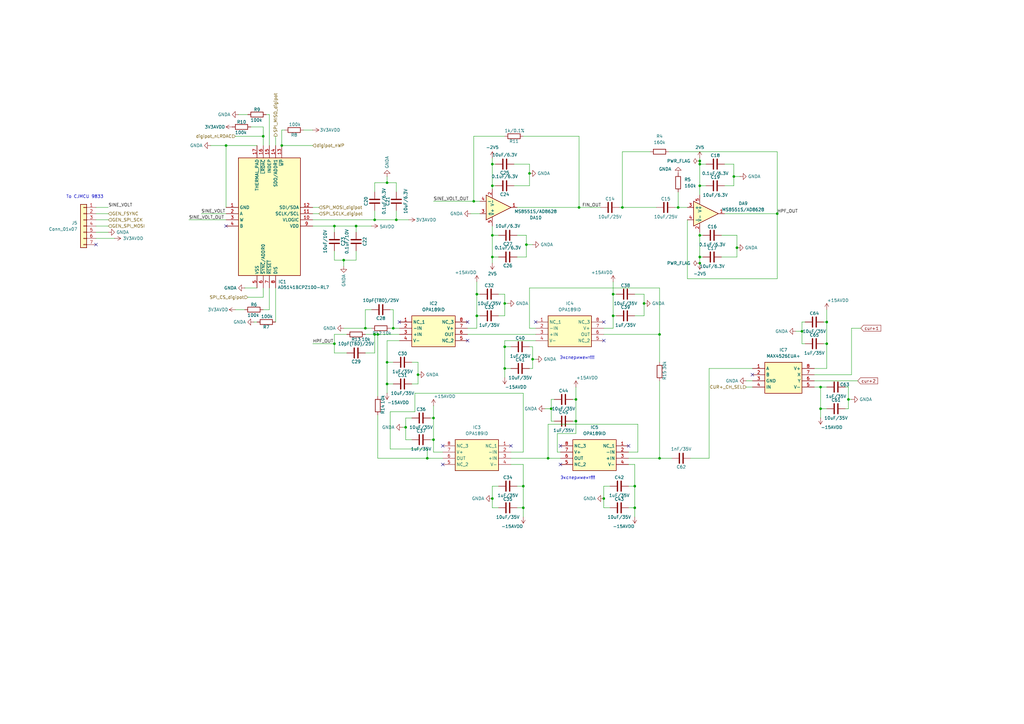
<source format=kicad_sch>
(kicad_sch (version 20231120) (generator "eeschema") (generator_version "8.0")
  (paper "A3")
  (junction (at 153.67 90.17))
  (junction (at 287.02 66.04))
  (junction (at 287.02 105.41))
  (junction (at 140.97 106.68))
  (junction (at 158.75 148.59))
  (junction (at 226.06 167.64))
  (junction (at 115.57 59.69))
  (junction (at 270.51 137.16))
  (junction (at 154.94 137.16))
  (junction (at 137.16 92.71))
  (junction (at 201.93 67.31))
  (junction (at 302.26 101.6))
  (junction (at 318.77 87.63))
  (junction (at 339.09 132.08))
  (junction (at 177.8 171.45))
  (junction (at 207.01 142.24))
  (junction (at 287.02 107.95))
  (junction (at 251.46 129.54))
  (junction (at 247.65 204.47))
  (junction (at 175.26 187.96))
  (junction (at 207.01 151.13))
  (junction (at 201.93 76.2))
  (junction (at 214.63 208.28))
  (junction (at 270.51 187.96))
  (junction (at 207.01 124.46))
  (junction (at 214.63 199.39))
  (junction (at 194.31 82.55))
  (junction (at 260.35 199.39))
  (junction (at 107.95 55.88))
  (junction (at 201.93 204.47))
  (junction (at 339.09 140.97))
  (junction (at 146.05 92.71))
  (junction (at 287.02 67.31))
  (junction (at 201.93 105.41))
  (junction (at 158.75 74.93))
  (junction (at 236.22 172.72))
  (junction (at 300.99 72.39))
  (junction (at 166.37 175.26))
  (junction (at 237.49 85.09))
  (junction (at 336.55 167.64))
  (junction (at 153.67 137.16))
  (junction (at 328.93 135.89))
  (junction (at 260.35 208.28))
  (junction (at 217.17 71.12))
  (junction (at 92.71 59.69))
  (junction (at 264.16 124.46))
  (junction (at 287.02 76.2))
  (junction (at 236.22 163.83))
  (junction (at 195.58 129.54))
  (junction (at 137.16 140.97))
  (junction (at 336.55 158.75))
  (junction (at 158.75 157.48))
  (junction (at 255.27 85.09))
  (junction (at 251.46 120.65))
  (junction (at 162.56 90.17))
  (junction (at 224.79 187.96))
  (junction (at 278.13 85.09))
  (junction (at 149.86 134.62))
  (junction (at 215.9 100.33))
  (junction (at 161.29 134.62))
  (junction (at 195.58 120.65))
  (junction (at 218.44 147.32))
  (junction (at 201.93 96.52))
  (junction (at 177.8 180.34))
  (junction (at 171.45 153.67))
  (junction (at 287.02 96.52))
  (junction (at 347.98 163.83))
  (no_connect (at 219.71 132.08))
  (no_connect (at 163.83 132.08))
  (no_connect (at 209.55 182.88))
  (no_connect (at 229.87 190.5))
  (no_connect (at 247.65 139.7))
  (no_connect (at 191.77 132.08))
  (no_connect (at 92.71 92.71))
  (no_connect (at 191.77 139.7))
  (no_connect (at 229.87 182.88))
  (no_connect (at 247.65 132.08))
  (no_connect (at 257.81 182.88))
  (no_connect (at 181.61 182.88))
  (no_connect (at 181.61 190.5))
  (no_connect (at 39.37 100.33))
  (no_connect (at 308.61 153.67))
  (wire (pts (xy 39.37 97.79) (xy 46.99 97.79)))
  (wire (pts (xy 264.16 120.65) (xy 264.16 124.46)))
  (wire (pts (xy 247.65 134.62) (xy 251.46 134.62)))
  (wire (pts (xy 210.82 67.31) (xy 217.17 67.31)))
  (wire (pts (xy 300.99 67.31) (xy 300.99 72.39)))
  (wire (pts (xy 201.93 67.31) (xy 201.93 64.77)))
  (wire (pts (xy 297.18 67.31) (xy 300.99 67.31)))
  (wire (pts (xy 295.91 96.52) (xy 302.26 96.52)))
  (wire (pts (xy 128.27 90.17) (xy 153.67 90.17)))
  (wire (pts (xy 217.17 134.62) (xy 217.17 118.11)))
  (wire (pts (xy 204.47 105.41) (xy 201.93 105.41)))
  (wire (pts (xy 177.8 180.34) (xy 177.8 171.45)))
  (wire (pts (xy 318.77 62.23) (xy 318.77 87.63)))
  (wire (pts (xy 287.02 95.25) (xy 287.02 96.52)))
  (wire (pts (xy 162.56 90.17) (xy 167.64 90.17)))
  (wire (pts (xy 207.01 124.46) (xy 208.28 124.46)))
  (wire (pts (xy 330.2 132.08) (xy 328.93 132.08)))
  (wire (pts (xy 146.05 95.25) (xy 146.05 92.71)))
  (wire (pts (xy 128.27 92.71) (xy 137.16 92.71)))
  (wire (pts (xy 201.93 67.31) (xy 203.2 67.31)))
  (wire (pts (xy 146.05 92.71) (xy 152.4 92.71)))
  (wire (pts (xy 158.75 139.7) (xy 158.75 148.59)))
  (wire (pts (xy 234.95 172.72) (xy 236.22 172.72)))
  (wire (pts (xy 149.86 127) (xy 152.4 127)))
  (wire (pts (xy 44.45 85.09) (xy 39.37 85.09)))
  (wire (pts (xy 104.14 132.08) (xy 105.41 132.08)))
  (wire (pts (xy 149.86 137.16) (xy 153.67 137.16)))
  (wire (pts (xy 289.56 76.2) (xy 287.02 76.2)))
  (wire (pts (xy 146.05 92.71) (xy 137.16 92.71)))
  (wire (pts (xy 107.95 55.88) (xy 107.95 59.69)))
  (wire (pts (xy 297.18 76.2) (xy 300.99 76.2)))
  (wire (pts (xy 336.55 167.64) (xy 339.09 167.64)))
  (wire (pts (xy 168.91 180.34) (xy 166.37 180.34)))
  (wire (pts (xy 44.45 87.63) (xy 39.37 87.63)))
  (wire (pts (xy 336.55 158.75) (xy 336.55 167.64)))
  (wire (pts (xy 107.95 121.92) (xy 101.6 121.92)))
  (wire (pts (xy 300.99 72.39) (xy 303.53 72.39)))
  (wire (pts (xy 204.47 96.52) (xy 201.93 96.52)))
  (wire (pts (xy 166.37 171.45) (xy 166.37 175.26)))
  (wire (pts (xy 261.62 185.42) (xy 261.62 173.99)))
  (wire (pts (xy 236.22 163.83) (xy 234.95 163.83)))
  (wire (pts (xy 347.98 158.75) (xy 347.98 163.83)))
  (wire (pts (xy 163.83 139.7) (xy 158.75 139.7)))
  (wire (pts (xy 214.63 55.88) (xy 237.49 55.88)))
  (wire (pts (xy 195.58 129.54) (xy 195.58 120.65)))
  (wire (pts (xy 260.35 129.54) (xy 264.16 129.54)))
  (wire (pts (xy 260.35 199.39) (xy 257.81 199.39)))
  (wire (pts (xy 92.71 59.69) (xy 105.41 59.69)))
  (wire (pts (xy 201.93 76.2) (xy 201.93 67.31)))
  (wire (pts (xy 339.09 127) (xy 339.09 132.08)))
  (wire (pts (xy 154.94 187.96) (xy 175.26 187.96)))
  (wire (pts (xy 195.58 129.54) (xy 196.85 129.54)))
  (wire (pts (xy 336.55 158.75) (xy 339.09 158.75)))
  (wire (pts (xy 260.35 208.28) (xy 257.81 208.28)))
  (wire (pts (xy 110.49 59.69) (xy 110.49 46.99)))
  (wire (pts (xy 255.27 62.23) (xy 255.27 85.09)))
  (wire (pts (xy 228.6 177.8) (xy 236.22 177.8)))
  (wire (pts (xy 251.46 129.54) (xy 251.46 134.62)))
  (wire (pts (xy 152.4 134.62) (xy 149.86 134.62)))
  (wire (pts (xy 260.35 190.5) (xy 260.35 199.39)))
  (wire (pts (xy 214.63 208.28) (xy 214.63 212.09)))
  (wire (pts (xy 247.65 199.39) (xy 247.65 204.47)))
  (wire (pts (xy 255.27 85.09) (xy 269.24 85.09)))
  (wire (pts (xy 96.52 127) (xy 100.33 127)))
  (wire (pts (xy 295.91 105.41) (xy 302.26 105.41)))
  (wire (pts (xy 278.13 78.74) (xy 278.13 85.09)))
  (wire (pts (xy 257.81 187.96) (xy 270.51 187.96)))
  (wire (pts (xy 82.55 87.63) (xy 92.71 87.63)))
  (wire (pts (xy 224.79 187.96) (xy 229.87 187.96)))
  (wire (pts (xy 237.49 85.09) (xy 212.09 85.09)))
  (wire (pts (xy 212.09 105.41) (xy 215.9 105.41)))
  (wire (pts (xy 130.81 85.09) (xy 128.27 85.09)))
  (wire (pts (xy 170.18 168.91) (xy 160.02 168.91)))
  (wire (pts (xy 161.29 127) (xy 161.29 134.62)))
  (wire (pts (xy 115.57 53.34) (xy 115.57 59.69)))
  (wire (pts (xy 201.93 77.47) (xy 201.93 76.2)))
  (wire (pts (xy 226.06 163.83) (xy 226.06 167.64)))
  (wire (pts (xy 146.05 106.68) (xy 140.97 106.68)))
  (wire (pts (xy 201.93 107.95) (xy 201.93 105.41)))
  (wire (pts (xy 158.75 148.59) (xy 158.75 157.48)))
  (wire (pts (xy 146.05 102.87) (xy 146.05 106.68)))
  (wire (pts (xy 177.8 171.45) (xy 177.8 166.37)))
  (wire (pts (xy 214.63 190.5) (xy 214.63 199.39)))
  (wire (pts (xy 251.46 120.65) (xy 251.46 129.54)))
  (wire (pts (xy 278.13 85.09) (xy 281.94 85.09)))
  (wire (pts (xy 201.93 199.39) (xy 201.93 204.47)))
  (wire (pts (xy 175.26 184.15) (xy 175.26 187.96)))
  (wire (pts (xy 107.95 118.11) (xy 107.95 121.92)))
  (wire (pts (xy 149.86 144.78) (xy 153.67 144.78)))
  (wire (pts (xy 96.52 55.88) (xy 107.95 55.88)))
  (wire (pts (xy 270.51 137.16) (xy 270.51 148.59)))
  (wire (pts (xy 219.71 139.7) (xy 207.01 139.7)))
  (wire (pts (xy 154.94 137.16) (xy 163.83 137.16)))
  (wire (pts (xy 204.47 120.65) (xy 207.01 120.65)))
  (wire (pts (xy 226.06 167.64) (xy 226.06 172.72)))
  (wire (pts (xy 153.67 86.36) (xy 153.67 90.17)))
  (wire (pts (xy 306.07 158.75) (xy 308.61 158.75)))
  (wire (pts (xy 209.55 187.96) (xy 224.79 187.96)))
  (wire (pts (xy 97.79 46.99) (xy 101.6 46.99)))
  (wire (pts (xy 328.93 140.97) (xy 330.2 140.97)))
  (wire (pts (xy 194.31 82.55) (xy 194.31 55.88)))
  (wire (pts (xy 302.26 96.52) (xy 302.26 101.6)))
  (wire (pts (xy 346.71 158.75) (xy 347.98 158.75)))
  (wire (pts (xy 229.87 185.42) (xy 228.6 185.42)))
  (wire (pts (xy 281.94 114.3) (xy 318.77 114.3)))
  (wire (pts (xy 116.84 53.34) (xy 115.57 53.34)))
  (wire (pts (xy 217.17 142.24) (xy 218.44 142.24)))
  (wire (pts (xy 195.58 120.65) (xy 196.85 120.65)))
  (wire (pts (xy 210.82 76.2) (xy 217.17 76.2)))
  (wire (pts (xy 334.01 153.67) (xy 349.25 153.67)))
  (wire (pts (xy 270.51 187.96) (xy 275.59 187.96)))
  (wire (pts (xy 214.63 161.29) (xy 170.18 161.29)))
  (wire (pts (xy 166.37 175.26) (xy 165.1 175.26)))
  (wire (pts (xy 171.45 148.59) (xy 171.45 153.67)))
  (wire (pts (xy 204.47 129.54) (xy 207.01 129.54)))
  (wire (pts (xy 318.77 87.63) (xy 318.77 114.3)))
  (wire (pts (xy 274.32 62.23) (xy 318.77 62.23)))
  (wire (pts (xy 130.81 87.63) (xy 128.27 87.63)))
  (wire (pts (xy 177.8 185.42) (xy 177.8 180.34)))
  (wire (pts (xy 195.58 134.62) (xy 195.58 129.54)))
  (wire (pts (xy 115.57 59.69) (xy 128.27 59.69)))
  (wire (pts (xy 247.65 137.16) (xy 270.51 137.16)))
  (wire (pts (xy 162.56 90.17) (xy 153.67 90.17)))
  (wire (pts (xy 251.46 115.57) (xy 251.46 120.65)))
  (wire (pts (xy 237.49 55.88) (xy 237.49 85.09)))
  (wire (pts (xy 287.02 67.31) (xy 287.02 76.2)))
  (wire (pts (xy 219.71 134.62) (xy 217.17 134.62)))
  (wire (pts (xy 290.83 187.96) (xy 290.83 151.13)))
  (wire (pts (xy 168.91 157.48) (xy 171.45 157.48)))
  (wire (pts (xy 201.93 105.41) (xy 201.93 96.52)))
  (wire (pts (xy 201.93 208.28) (xy 201.93 204.47)))
  (wire (pts (xy 153.67 74.93) (xy 158.75 74.93)))
  (wire (pts (xy 160.02 127) (xy 161.29 127)))
  (wire (pts (xy 194.31 55.88) (xy 207.01 55.88)))
  (wire (pts (xy 137.16 102.87) (xy 137.16 106.68)))
  (wire (pts (xy 158.75 74.93) (xy 158.75 72.39)))
  (wire (pts (xy 86.36 59.69) (xy 92.71 59.69)))
  (wire (pts (xy 196.85 82.55) (xy 194.31 82.55)))
  (wire (pts (xy 153.67 144.78) (xy 153.67 137.16)))
  (wire (pts (xy 154.94 137.16) (xy 154.94 162.56)))
  (wire (pts (xy 158.75 157.48) (xy 158.75 161.29)))
  (wire (pts (xy 339.09 140.97) (xy 339.09 132.08)))
  (wire (pts (xy 287.02 105.41) (xy 287.02 107.95)))
  (wire (pts (xy 212.09 96.52) (xy 215.9 96.52)))
  (wire (pts (xy 237.49 85.09) (xy 246.38 85.09)))
  (wire (pts (xy 177.8 82.55) (xy 194.31 82.55)))
  (wire (pts (xy 181.61 185.42) (xy 177.8 185.42)))
  (wire (pts (xy 226.06 172.72) (xy 227.33 172.72)))
  (wire (pts (xy 162.56 78.74) (xy 162.56 74.93)))
  (wire (pts (xy 177.8 171.45) (xy 176.53 171.45)))
  (wire (pts (xy 328.93 132.08) (xy 328.93 135.89)))
  (wire (pts (xy 287.02 96.52) (xy 288.29 96.52)))
  (wire (pts (xy 110.49 46.99) (xy 109.22 46.99)))
  (wire (pts (xy 124.46 53.34) (xy 128.27 53.34)))
  (wire (pts (xy 264.16 129.54) (xy 264.16 124.46)))
  (wire (pts (xy 283.21 187.96) (xy 290.83 187.96)))
  (wire (pts (xy 290.83 151.13) (xy 308.61 151.13)))
  (wire (pts (xy 168.91 148.59) (xy 171.45 148.59)))
  (wire (pts (xy 217.17 118.11) (xy 270.51 118.11)))
  (wire (pts (xy 306.07 156.21) (xy 308.61 156.21)))
  (wire (pts (xy 347.98 167.64) (xy 346.71 167.64)))
  (wire (pts (xy 227.33 163.83) (xy 226.06 163.83)))
  (wire (pts (xy 204.47 199.39) (xy 201.93 199.39)))
  (wire (pts (xy 247.65 208.28) (xy 247.65 204.47)))
  (wire (pts (xy 260.35 208.28) (xy 260.35 212.09)))
  (wire (pts (xy 339.09 151.13) (xy 334.01 151.13)))
  (wire (pts (xy 218.44 151.13) (xy 217.17 151.13)))
  (wire (pts (xy 349.25 134.62) (xy 353.06 134.62)))
  (wire (pts (xy 44.45 92.71) (xy 39.37 92.71)))
  (wire (pts (xy 260.35 120.65) (xy 264.16 120.65)))
  (wire (pts (xy 215.9 100.33) (xy 218.44 100.33)))
  (wire (pts (xy 215.9 105.41) (xy 215.9 100.33)))
  (wire (pts (xy 337.82 140.97) (xy 339.09 140.97)))
  (wire (pts (xy 142.24 137.16) (xy 137.16 137.16)))
  (wire (pts (xy 214.63 208.28) (xy 212.09 208.28)))
  (wire (pts (xy 328.93 135.89) (xy 328.93 140.97)))
  (wire (pts (xy 218.44 147.32) (xy 219.71 147.32)))
  (wire (pts (xy 137.16 140.97) (xy 137.16 144.78)))
  (wire (pts (xy 77.47 90.17) (xy 92.71 90.17)))
  (wire (pts (xy 266.7 62.23) (xy 255.27 62.23)))
  (wire (pts (xy 207.01 142.24) (xy 207.01 151.13)))
  (wire (pts (xy 339.09 140.97) (xy 339.09 151.13)))
  (wire (pts (xy 161.29 134.62) (xy 163.83 134.62)))
  (wire (pts (xy 168.91 171.45) (xy 166.37 171.45)))
  (wire (pts (xy 166.37 180.34) (xy 166.37 175.26)))
  (wire (pts (xy 209.55 142.24) (xy 207.01 142.24)))
  (wire (pts (xy 207.01 139.7) (xy 207.01 142.24)))
  (wire (pts (xy 204.47 208.28) (xy 201.93 208.28)))
  (wire (pts (xy 110.49 127) (xy 107.95 127)))
  (wire (pts (xy 214.63 185.42) (xy 214.63 161.29)))
  (wire (pts (xy 217.17 67.31) (xy 217.17 71.12)))
  (wire (pts (xy 177.8 180.34) (xy 176.53 180.34)))
  (wire (pts (xy 140.97 134.62) (xy 149.86 134.62)))
  (wire (pts (xy 251.46 129.54) (xy 252.73 129.54)))
  (wire (pts (xy 287.02 105.41) (xy 288.29 105.41)))
  (wire (pts (xy 160.02 168.91) (xy 160.02 184.15)))
  (wire (pts (xy 287.02 76.2) (xy 287.02 80.01)))
  (wire (pts (xy 250.19 208.28) (xy 247.65 208.28)))
  (wire (pts (xy 128.27 140.97) (xy 137.16 140.97)))
  (wire (pts (xy 100.33 118.11) (xy 105.41 118.11)))
  (wire (pts (xy 207.01 151.13) (xy 207.01 154.94)))
  (wire (pts (xy 215.9 96.52) (xy 215.9 100.33)))
  (wire (pts (xy 326.39 135.89) (xy 328.93 135.89)))
  (wire (pts (xy 92.71 59.69) (xy 92.71 85.09)))
  (wire (pts (xy 223.52 167.64) (xy 226.06 167.64)))
  (wire (pts (xy 201.93 76.2) (xy 203.2 76.2)))
  (wire (pts (xy 162.56 74.93) (xy 158.75 74.93)))
  (wire (pts (xy 287.02 66.04) (xy 287.02 67.31)))
  (wire (pts (xy 287.02 64.77) (xy 287.02 66.04)))
  (wire (pts (xy 110.49 118.11) (xy 110.49 127)))
  (wire (pts (xy 270.51 156.21) (xy 270.51 187.96)))
  (wire (pts (xy 260.35 199.39) (xy 260.35 208.28)))
  (wire (pts (xy 318.77 87.63) (xy 297.18 87.63)))
  (wire (pts (xy 270.51 118.11) (xy 270.51 137.16)))
  (wire (pts (xy 153.67 137.16) (xy 154.94 137.16)))
  (wire (pts (xy 236.22 158.75) (xy 236.22 163.83)))
  (wire (pts (xy 175.26 187.96) (xy 181.61 187.96)))
  (wire (pts (xy 281.94 90.17) (xy 281.94 114.3)))
  (wire (pts (xy 349.25 153.67) (xy 349.25 134.62)))
  (wire (pts (xy 236.22 177.8) (xy 236.22 172.72)))
  (wire (pts (xy 191.77 134.62) (xy 195.58 134.62)))
  (wire (pts (xy 113.03 55.88) (xy 113.03 59.69)))
  (wire (pts (xy 218.44 142.24) (xy 218.44 147.32)))
  (wire (pts (xy 137.16 137.16) (xy 137.16 140.97)))
  (wire (pts (xy 137.16 144.78) (xy 142.24 144.78)))
  (wire (pts (xy 209.55 190.5) (xy 214.63 190.5)))
  (wire (pts (xy 214.63 199.39) (xy 214.63 208.28)))
  (wire (pts (xy 209.55 185.42) (xy 214.63 185.42)))
  (wire (pts (xy 201.93 96.52) (xy 201.93 92.71)))
  (wire (pts (xy 193.04 87.63) (xy 196.85 87.63)))
  (wire (pts (xy 102.87 52.07) (xy 107.95 52.07)))
  (wire (pts (xy 137.16 106.68) (xy 140.97 106.68)))
  (wire (pts (xy 257.81 185.42) (xy 261.62 185.42)))
  (wire (pts (xy 218.44 147.32) (xy 218.44 151.13)))
  (wire (pts (xy 228.6 185.42) (xy 228.6 177.8)))
  (wire (pts (xy 254 85.09) (xy 255.27 85.09)))
  (wire (pts (xy 250.19 199.39) (xy 247.65 199.39)))
  (wire (pts (xy 276.86 85.09) (xy 278.13 85.09)))
  (wire (pts (xy 251.46 120.65) (xy 252.73 120.65)))
  (wire (pts (xy 160.02 184.15) (xy 175.26 184.15)))
  (wire (pts (xy 158.75 157.48) (xy 161.29 157.48)))
  (wire (pts (xy 158.75 148.59) (xy 161.29 148.59)))
  (wire (pts (xy 217.17 76.2) (xy 217.17 71.12)))
  (wire (pts (xy 149.86 134.62) (xy 149.86 127)))
  (wire (pts (xy 334.01 156.21) (xy 351.79 156.21)))
  (wire (pts (xy 107.95 52.07) (xy 107.95 55.88)))
  (wire (pts (xy 207.01 129.54) (xy 207.01 124.46)))
  (wire (pts (xy 153.67 78.74) (xy 153.67 74.93)))
  (wire (pts (xy 195.58 120.65) (xy 195.58 115.57)))
  (wire (pts (xy 207.01 120.65) (xy 207.01 124.46)))
  (wire (pts (xy 336.55 167.64) (xy 336.55 171.45)))
  (wire (pts (xy 170.18 161.29) (xy 170.18 168.91)))
  (wire (pts (xy 171.45 157.48) (xy 171.45 153.67)))
  (wire (pts (xy 334.01 158.75) (xy 336.55 158.75)))
  (wire (pts (xy 287.02 96.52) (xy 287.02 105.41)))
  (wire (pts (xy 236.22 172.72) (xy 236.22 163.83)))
  (wire (pts (xy 162.56 86.36) (xy 162.56 90.17)))
  (wire (pts (xy 137.16 92.71) (xy 137.16 95.25)))
  (wire (pts (xy 224.79 173.99) (xy 224.79 187.96)))
  (wire (pts (xy 39.37 95.25) (xy 44.45 95.25)))
  (wire (pts (xy 289.56 67.31) (xy 287.02 67.31)))
  (wire (pts (xy 347.98 163.83) (xy 347.98 167.64)))
  (wire (pts (xy 261.62 173.99) (xy 224.79 173.99)))
  (wire (pts (xy 214.63 199.39) (xy 212.09 199.39)))
  (wire (pts (xy 191.77 137.16) (xy 219.71 137.16)))
  (wire (pts (xy 154.94 170.18) (xy 154.94 187.96)))
  (wire (pts (xy 160.02 134.62) (xy 161.29 134.62)))
  (wire (pts (xy 257.81 190.5) (xy 260.35 190.5)))
  (wire (pts (xy 302.26 105.41) (xy 302.26 101.6)))
  (wire (pts (xy 44.45 90.17) (xy 39.37 90.17)))
  (wire (pts (xy 339.09 132.08) (xy 337.82 132.08)))
  (wire (pts (xy 347.98 163.83) (xy 349.25 163.83)))
  (wire (pts (xy 140.97 106.68) (xy 140.97 109.22)))
  (wire (pts (xy 207.01 151.13) (xy 209.55 151.13)))
  (wire (pts (xy 300.99 76.2) (xy 300.99 72.39)))
  (wire (pts (xy 113.03 118.11) (xy 113.03 132.08)))
  (text "Эксперимент!!!\n" (at 236.728 146.812 0) (effects (font (size 1.27 1.27))))
  (text "Эксперимент!!!\n" (at 236.982 196.088 0) (effects (font (size 1.27 1.27))))
  (text "To CJMCU 9833" (at 34.798 80.772 0) (effects (font (size 1.27 1.27))))
  (label "HPF_OUT" (at 318.77 87.63 0))
  (label "FIN_OUT" (at 238.76 85.09 0))
  (label "SINE_VOLT" (at 82.55 87.63 0))
  (label "HPF_OUT" (at 128.27 140.97 0))
  (label "SINE_VOLT_OUT" (at 77.47 90.17 0))
  (label "SINE_VOLT" (at 44.45 85.09 0))
  (label "SINE_VOLT_OUT" (at 177.8 82.55 0))
  (global_label "cur+2" (shape input) (at 351.79 156.21 0) (property "Intersheetrefs" "${INTERSHEET_REFS}" (effects (hide yes))))
  (global_label "cur+1" (shape input) (at 353.06 134.62 0) (property "Intersheetrefs" "${INTERSHEET_REFS}" (effects (hide yes))))
  (hierarchical_label "GEN_FSYNC" (shape input) (at 44.45 87.63 0))
  (hierarchical_label "SPI_SCLK_digipot" (shape input) (at 130.81 87.63 0))
  (hierarchical_label "SPI_MOSI_digipot" (shape input) (at 130.81 85.09 0))
  (hierarchical_label "GEN_SPI_MOSI" (shape input) (at 44.45 92.71 0))
  (hierarchical_label "SPI_CS_digipot" (shape input) (at 101.6 121.92 180))
  (hierarchical_label "SPI_MISO_digipot" (shape output) (at 113.03 55.88 90))
  (hierarchical_label "digipot_nWP" (shape input) (at 128.27 59.69 0))
  (hierarchical_label "digipot_nLRDAC" (shape input) (at 96.52 55.88 180))
  (hierarchical_label "CUR+_CH_SEL" (shape input) (at 306.07 158.75 180))
  (hierarchical_label "GEN_SPI_SCK" (shape input) (at 44.45 90.17 0))
  (symbol (lib_id "power:GNDA") (at 264.16 124.46 90) (mirror x) (unit 1)
    (property "Reference" "#PWR060" (effects (hide yes)))
    (property "Value" "GNDA" (at 270.002 124.46 90))
    (property "Description" "Power symbol creates a global label with name \"GNDA\" , analog ground" (effects (hide yes)))
  )
  (symbol (lib_id "power:VDD") (at 287.02 107.95 180) (unit 1)
    (property "Reference" "#PWR031" (effects (hide yes)))
    (property "Value" "-2V5" (at 287.02 112.268 0))
    (property "Description" "Power symbol creates a global label with name \"VDD\"" (effects (hide yes)))
  )
  (symbol (lib_id "power:GNDA") (at 303.53 72.39 90) (mirror x) (unit 1)
    (property "Reference" "#PWR033" (effects (hide yes)))
    (property "Value" "GNDA" (at 309.372 72.39 90))
    (property "Description" "Power symbol creates a global label with name \"GNDA\" , analog ground" (effects (hide yes)))
  )
  (symbol (lib_id "Device:C") (at 200.66 129.54 270) (mirror x) (unit 1)
    (property "Reference" "C33" (at 200.66 125.984 90))
    (property "Value" "1uF/35V" (at 200.66 133.35 90))
    (property "Footprint" "Capacitor_SMD:C_0603_1608Metric_Pad1.08x0.95mm_HandSolder" (effects (hide yes)))
    (property "Description" "Unpolarized capacitor" (effects (hide yes)))
  )
  (symbol (lib_id "power:VDD") (at 128.27 53.34 270) (mirror x) (unit 1)
    (property "Reference" "#PWR042" (effects (hide yes)))
    (property "Value" "3V3AVDD" (at 135.382 53.34 90))
    (property "Description" "Power symbol creates a global label with name \"VDD\"" (effects (hide yes)))
  )
  (symbol (lib_id "Device:R") (at 210.82 55.88 270) (unit 1)
    (property "Reference" "R11" (at 210.82 57.912 90))
    (property "Value" "1k/0.1%" (at 211.074 53.594 90))
    (property "Footprint" "Resistor_SMD:R_0603_1608Metric_Pad0.98x0.95mm_HandSolder" (effects (hide yes)))
    (property "Description" "Resistor" (effects (hide yes)))
  )
  (symbol (lib_id "OPA189ID:OPA189ID") (at 163.83 132.08 0) (unit 1)
    (property "Reference" "IC2" (at 177.8 124.46 0))
    (property "Value" "OPA189ID" (at 177.8 127 0))
    (property "Footprint" "SOIC127P600X175-8N" (effects (hide yes)))
    (property "Datasheet" "http://www.ti.com/lit/gpn/OPA189" (effects (hide yes)))
    (property "Description" "14MHz, MUX-Friendly, Low-noise, Zero-Drift, RRO, CMOS Precision Operational Amplifier" (effects (hide yes)))
    (property "Height" "1.75" (effects (hide yes)))
    (property "Manufacturer_Name" "Texas Instruments" (effects (hide yes)))
    (property "Manufacturer_Part_Number" "OPA189ID" (effects (hide yes)))
    (property "Mouser Part Number" "595-OPA189ID" (effects (hide yes)))
    (property "Mouser Price/Stock" "https://www.mouser.co.uk/ProductDetail/Texas-Instruments/OPA189ID?qs=HXFqYaX1Q2yMqvbYDOJ0Ig%3D%3D" (effects (hide yes)))
    (property "Arrow Part Number" "OPA189ID" (effects (hide yes)))
    (property "Arrow Price/Stock" "https://www.arrow.com/en/products/opa189id/texas-instruments?region=nac" (effects (hide yes)))
  )
  (symbol (lib_id "zpc-lib:MS8551S") (at 281.94 85.09 0) (unit 1)
    (property "Reference" "DA9" (at 304.8 83.439 0))
    (property "Value" "MS8551S/AD8628" (at 304.8 85.979 0))
    (property "Footprint" "Package_TO_SOT_SMD:SOT-23-5" (effects (hide yes)))
    (property "Description" "Rail-to_rail OPAMP" (effects (hide yes)))
  )
  (symbol (lib_id "Device:R") (at 104.14 127 90) (unit 1)
    (property "Reference" "R6" (at 104.14 124.968 90))
    (property "Value" "100k" (at 103.886 129.286 90))
    (property "Footprint" "Resistor_SMD:R_0603_1608Metric_Pad0.98x0.95mm_HandSolder" (effects (hide yes)))
    (property "Description" "Resistor" (effects (hide yes)))
  )
  (symbol (lib_id "power:GNDA") (at 306.07 156.21 270) (mirror x) (unit 1)
    (property "Reference" "#PWR097" (effects (hide yes)))
    (property "Value" "GNDA" (at 300.228 156.21 90))
    (property "Description" "Power symbol creates a global label with name \"GNDA\" , analog ground" (effects (hide yes)))
  )
  (symbol (lib_id "Device:R") (at 270.51 62.23 90) (unit 1)
    (property "Reference" "R4" (at 270.51 55.88 90))
    (property "Value" "160k" (at 270.51 58.42 90))
    (property "Footprint" "Resistor_SMD:R_0603_1608Metric_Pad0.98x0.95mm_HandSolder" (effects (hide yes)))
    (property "Description" "Resistor" (effects (hide yes)))
  )
  (symbol (lib_id "power:GNDA") (at 326.39 135.89 270) (unit 1)
    (property "Reference" "#PWR0100" (effects (hide yes)))
    (property "Value" "GNDA" (at 320.548 135.89 90))
    (property "Description" "Power symbol creates a global label with name \"GNDA\" , analog ground" (effects (hide yes)))
  )
  (symbol (lib_id "Device:C") (at 146.05 99.06 0) (mirror x) (unit 1)
    (property "Reference" "C22" (at 149.606 99.06 90))
    (property "Value" "0.1uF/10V" (at 142.24 99.06 90))
    (property "Footprint" "Capacitor_SMD:C_0603_1608Metric_Pad1.08x0.95mm_HandSolder" (effects (hide yes)))
    (property "Description" "Unpolarized capacitor" (effects (hide yes)))
  )
  (symbol (lib_id "Device:C") (at 256.54 120.65 270) (mirror x) (unit 1)
    (property "Reference" "C38" (at 256.54 117.094 90))
    (property "Value" "10uF/35V" (at 256.54 124.46 90))
    (property "Footprint" "Capacitor_SMD:C_0805_2012Metric_Pad1.18x1.45mm_HandSolder" (effects (hide yes)))
    (property "Description" "Unpolarized capacitor" (effects (hide yes)))
  )
  (symbol (lib_id "Device:C") (at 213.36 142.24 270) (mirror x) (unit 1)
    (property "Reference" "C40" (at 213.36 138.684 90))
    (property "Value" "1uF/35V" (at 213.36 146.05 90))
    (property "Footprint" "Capacitor_SMD:C_0603_1608Metric_Pad1.08x0.95mm_HandSolder" (effects (hide yes)))
    (property "Description" "Unpolarized capacitor" (effects (hide yes)))
  )
  (symbol (lib_id "power:VDD") (at 46.99 97.79 270) (mirror x) (unit 1)
    (property "Reference" "#PWR028" (effects (hide yes)))
    (property "Value" "3V3AVDD" (at 54.61 97.79 90))
    (property "Description" "Power symbol creates a global label with name \"VDD\"" (effects (hide yes)))
  )
  (symbol (lib_id "power:GNDA") (at 158.75 72.39 0) (mirror x) (unit 1)
    (property "Reference" "#PWR039" (effects (hide yes)))
    (property "Value" "GNDA" (at 158.75 66.548 90))
    (property "Description" "Power symbol creates a global label with name \"GNDA\" , analog ground" (effects (hide yes)))
  )
  (symbol (lib_id "OPA189ID:OPA189ID") (at 257.81 182.88 0) (mirror y) (unit 1)
    (property "Reference" "IC5" (at 243.84 175.26 0))
    (property "Value" "OPA189ID" (at 243.84 177.8 0))
    (property "Footprint" "SOIC127P600X175-8N" (effects (hide yes)))
    (property "Datasheet" "http://www.ti.com/lit/gpn/OPA189" (effects (hide yes)))
    (property "Description" "14MHz, MUX-Friendly, Low-noise, Zero-Drift, RRO, CMOS Precision Operational Amplifier" (effects (hide yes)))
    (property "Height" "1.75" (effects (hide yes)))
    (property "Manufacturer_Name" "Texas Instruments" (effects (hide yes)))
    (property "Manufacturer_Part_Number" "OPA189ID" (effects (hide yes)))
    (property "Mouser Part Number" "595-OPA189ID" (effects (hide yes)))
    (property "Mouser Price/Stock" "https://www.mouser.co.uk/ProductDetail/Texas-Instruments/OPA189ID?qs=HXFqYaX1Q2yMqvbYDOJ0Ig%3D%3D" (effects (hide yes)))
    (property "Arrow Part Number" "OPA189ID" (effects (hide yes)))
    (property "Arrow Price/Stock" "https://www.arrow.com/en/products/opa189id/texas-instruments?region=nac" (effects (hide yes)))
  )
  (symbol (lib_id "power:VDD") (at 339.09 127 0) (mirror y) (unit 1)
    (property "Reference" "#PWR0101" (effects (hide yes)))
    (property "Value" "+15AVDD" (at 343.662 123.19 0))
    (property "Description" "Power symbol creates a global label with name \"VDD\"" (effects (hide yes)))
  )
  (symbol (lib_id "Device:C") (at 334.01 140.97 90) (unit 1)
    (property "Reference" "C65" (at 334.01 137.414 90))
    (property "Value" "1uF/35V" (at 334.01 144.78 90))
    (property "Footprint" "Capacitor_SMD:C_0603_1608Metric_Pad1.08x0.95mm_HandSolder" (effects (hide yes)))
    (property "Description" "Unpolarized capacitor" (effects (hide yes)))
  )
  (symbol (lib_id "power:PWR_FLAG") (at 287.02 66.04 90) (unit 1)
    (property "Reference" "#FLG07" (effects (hide yes)))
    (property "Value" "PWR_FLAG" (at 283.21 66.0399 90) (effects (justify left)))
    (property "Description" "Special symbol for telling ERC where power comes from" (effects (hide yes)))
  )
  (symbol (lib_id "Device:C") (at 208.28 96.52 270) (unit 1)
    (property "Reference" "C27" (at 208.28 100.076 90))
    (property "Value" "10uF/6.3V" (at 208.28 92.71 90))
    (property "Footprint" "Capacitor_SMD:C_0805_2012Metric_Pad1.18x1.45mm_HandSolder" (effects (hide yes)))
    (property "Description" "Unpolarized capacitor" (effects (hide yes)))
  )
  (symbol (lib_id "power:VDD") (at 167.64 90.17 270) (mirror x) (unit 1)
    (property "Reference" "#PWR038" (effects (hide yes)))
    (property "Value" "3V3AVDD" (at 174.752 90.17 90))
    (property "Description" "Power symbol creates a global label with name \"VDD\"" (effects (hide yes)))
  )
  (symbol (lib_id "power:VDD") (at 251.46 115.57 0) (unit 1)
    (property "Reference" "#PWR059" (effects (hide yes)))
    (property "Value" "+15AVDD" (at 246.888 111.76 0))
    (property "Description" "Power symbol creates a global label with name \"VDD\"" (effects (hide yes)))
  )
  (symbol (lib_id "power:VDD") (at 152.4 92.71 270) (mirror x) (unit 1)
    (property "Reference" "#PWR041" (effects (hide yes)))
    (property "Value" "5AVDD" (at 158.75 92.964 90))
    (property "Description" "Power symbol creates a global label with name \"VDD\"" (effects (hide yes)))
  )
  (symbol (lib_id "MAX4526CSA+:MAX4526CSA+") (at 308.61 151.13 0) (unit 1)
    (property "Reference" "IC7" (at 321.31 143.51 0))
    (property "Value" "MAX4526EUA+" (at 321.31 146.05 0))
    (property "Footprint" "SOIC127P600X175-8N" (effects (hide yes)))
    (property "Datasheet" "https://datasheet.datasheetarchive.com/originals/distributors/SFDatasheet-4/sf-00086637.pdf" (effects (hide yes)))
    (property "Description" "Analogue Switch Single DPDT" (effects (hide yes)))
    (property "Height" "1.75" (effects (hide yes)))
    (property "Manufacturer_Name" "Analog Devices" (effects (hide yes)))
    (property "Manufacturer_Part_Number" "MAX4526CSA+" (effects (hide yes)))
    (property "Mouser Part Number" "700-MAX4526CSA" (effects (hide yes)))
    (property "Mouser Price/Stock" "https://www.mouser.co.uk/ProductDetail/Maxim-Integrated/MAX4526CSA%2b?qs=1THa7WoU59Hn83AxU9K9Cg%3D%3D" (effects (hide yes)))
  )
  (symbol (lib_id "Device:C") (at 208.28 208.28 90) (unit 1)
    (property "Reference" "C35" (at 208.28 204.724 90))
    (property "Value" "10uF/35V" (at 208.28 212.09 90))
    (property "Footprint" "Capacitor_SMD:C_0805_2012Metric_Pad1.18x1.45mm_HandSolder" (effects (hide yes)))
    (property "Description" "Unpolarized capacitor" (effects (hide yes)))
  )
  (symbol (lib_id "power:VDD") (at 95.25 52.07 90) (mirror x) (unit 1)
    (property "Reference" "#PWR044" (effects (hide yes)))
    (property "Value" "3V3AVDD" (at 88.138 52.07 90))
    (property "Description" "Power symbol creates a global label with name \"VDD\"" (effects (hide yes)))
  )
  (symbol (lib_id "power:GNDA") (at 44.45 95.25 90) (mirror x) (unit 1)
    (property "Reference" "#PWR027" (effects (hide yes)))
    (property "Value" "GNDA" (at 50.292 95.25 90))
    (property "Description" "Power symbol creates a global label with name \"GNDA\" , analog ground" (effects (hide yes)))
  )
  (symbol (lib_id "power:GNDA") (at 193.04 87.63 270) (unit 1)
    (property "Reference" "#PWR049" (effects (hide yes)))
    (property "Value" "GNDA" (at 187.198 87.63 90))
    (property "Description" "Power symbol creates a global label with name \"GNDA\" , analog ground" (effects (hide yes)))
  )
  (symbol (lib_id "Device:R") (at 99.06 52.07 90) (unit 1)
    (property "Reference" "R10" (at 99.06 50.038 90))
    (property "Value" "100k" (at 98.806 54.356 90))
    (property "Footprint" "Resistor_SMD:R_0603_1608Metric_Pad0.98x0.95mm_HandSolder" (effects (hide yes)))
    (property "Description" "Resistor" (effects (hide yes)))
  )
  (symbol (lib_id "Device:C") (at 213.36 151.13 270) (mirror x) (unit 1)
    (property "Reference" "C41" (at 213.36 147.574 90))
    (property "Value" "10uF/35V" (at 213.36 154.94 90))
    (property "Footprint" "Capacitor_SMD:C_0805_2012Metric_Pad1.18x1.45mm_HandSolder" (effects (hide yes)))
    (property "Description" "Unpolarized capacitor" (effects (hide yes)))
  )
  (symbol (lib_id "Device:C") (at 292.1 105.41 270) (mirror x) (unit 1)
    (property "Reference" "C17" (at 292.1 101.854 90))
    (property "Value" "10uF/6.3V" (at 292.1 109.22 90))
    (property "Footprint" "Capacitor_SMD:C_0805_2012Metric_Pad1.18x1.45mm_HandSolder" (effects (hide yes)))
    (property "Description" "Unpolarized capacitor" (effects (hide yes)))
  )
  (symbol (lib_id "power:VDD") (at 214.63 212.09 0) (mirror x) (unit 1)
    (property "Reference" "#PWR055" (effects (hide yes)))
    (property "Value" "-15AVDD" (at 210.058 215.9 0))
    (property "Description" "Power symbol creates a global label with name \"VDD\"" (effects (hide yes)))
  )
  (symbol (lib_id "Device:C") (at 172.72 171.45 90) (unit 1)
    (property "Reference" "C36" (at 172.72 167.894 90))
    (property "Value" "10uF/35V" (at 172.72 175.26 90))
    (property "Footprint" "Capacitor_SMD:C_0805_2012Metric_Pad1.18x1.45mm_HandSolder" (effects (hide yes)))
    (property "Description" "Unpolarized capacitor" (effects (hide yes)))
  )
  (symbol (lib_id "power:GNDA") (at 97.79 46.99 270) (mirror x) (unit 1)
    (property "Reference" "#PWR043" (effects (hide yes)))
    (property "Value" "GNDA" (at 91.948 46.99 90))
    (property "Description" "Power symbol creates a global label with name \"GNDA\" , analog ground" (effects (hide yes)))
  )
  (symbol (lib_id "Device:C") (at 250.19 85.09 270) (mirror x) (unit 1)
    (property "Reference" "C14" (at 250.19 81.534 90))
    (property "Value" "10uF/25V" (at 250.19 88.9 90))
    (property "Footprint" "Capacitor_SMD:C_0805_2012Metric_Pad1.18x1.45mm_HandSolder" (effects (hide yes)))
    (property "Description" "Unpolarized capacitor" (effects (hide yes)))
  )
  (symbol (lib_id "Device:R") (at 146.05 137.16 270) (unit 1)
    (property "Reference" "R13" (at 146.05 139.192 90))
    (property "Value" "10k" (at 150.114 139.192 90))
    (property "Footprint" "Resistor_SMD:R_0603_1608Metric_Pad0.98x0.95mm_HandSolder" (effects (hide yes)))
    (property "Description" "Resistor" (effects (hide yes)))
  )
  (symbol (lib_id "Device:R") (at 156.21 134.62 270) (unit 1)
    (property "Reference" "R12" (at 154.686 136.652 90))
    (property "Value" "10k" (at 158.75 136.652 90))
    (property "Footprint" "Resistor_SMD:R_0603_1608Metric_Pad0.98x0.95mm_HandSolder" (effects (hide yes)))
    (property "Description" "Resistor" (effects (hide yes)))
  )
  (symbol (lib_id "Device:C") (at 342.9 167.64 270) (mirror x) (unit 1)
    (property "Reference" "C61" (at 342.9 164.084 90))
    (property "Value" "10uF/35V" (at 342.9 171.45 90))
    (property "Footprint" "Capacitor_SMD:C_0805_2012Metric_Pad1.18x1.45mm_HandSolder" (effects (hide yes)))
    (property "Description" "Unpolarized capacitor" (effects (hide yes)))
  )
  (symbol (lib_id "OPA189ID:OPA189ID") (at 219.71 132.08 0) (unit 1)
    (property "Reference" "IC4" (at 233.68 124.46 0))
    (property "Value" "OPA189ID" (at 233.68 127 0))
    (property "Footprint" "SOIC127P600X175-8N" (effects (hide yes)))
    (property "Datasheet" "http://www.ti.com/lit/gpn/OPA189" (effects (hide yes)))
    (property "Description" "14MHz, MUX-Friendly, Low-noise, Zero-Drift, RRO, CMOS Precision Operational Amplifier" (effects (hide yes)))
    (property "Height" "1.75" (effects (hide yes)))
    (property "Manufacturer_Name" "Texas Instruments" (effects (hide yes)))
    (property "Manufacturer_Part_Number" "OPA189ID" (effects (hide yes)))
    (property "Mouser Part Number" "595-OPA189ID" (effects (hide yes)))
    (property "Mouser Price/Stock" "https://www.mouser.co.uk/ProductDetail/Texas-Instruments/OPA189ID?qs=HXFqYaX1Q2yMqvbYDOJ0Ig%3D%3D" (effects (hide yes)))
    (property "Arrow Part Number" "OPA189ID" (effects (hide yes)))
    (property "Arrow Price/Stock" "https://www.arrow.com/en/products/opa189id/texas-instruments?region=nac" (effects (hide yes)))
  )
  (symbol (lib_id "Device:C") (at 254 199.39 90) (unit 1)
    (property "Reference" "C42" (at 254 195.834 90))
    (property "Value" "1uF/35V" (at 254 203.2 90))
    (property "Footprint" "Capacitor_SMD:C_0603_1608Metric_Pad1.08x0.95mm_HandSolder" (effects (hide yes)))
    (property "Description" "Unpolarized capacitor" (effects (hide yes)))
  )
  (symbol (lib_id "power:GNDA") (at 217.17 71.12 90) (unit 1)
    (property "Reference" "#PWR047" (effects (hide yes)))
    (property "Value" "GNDA" (at 223.012 71.12 90))
    (property "Description" "Power symbol creates a global label with name \"GNDA\" , analog ground" (effects (hide yes)))
  )
  (symbol (lib_id "Device:C") (at 293.37 67.31 270) (mirror x) (unit 1)
    (property "Reference" "C18" (at 293.37 63.754 90))
    (property "Value" "0.1uF/6.3V" (at 293.37 71.12 90))
    (property "Footprint" "Capacitor_SMD:C_0603_1608Metric_Pad1.08x0.95mm_HandSolder" (effects (hide yes)))
    (property "Description" "Unpolarized capacitor" (effects (hide yes)))
  )
  (symbol (lib_id "Device:C") (at 207.01 76.2 270) (unit 1)
    (property "Reference" "C24" (at 207.01 79.756 90))
    (property "Value" "0.1uF/6.3V" (at 207.01 72.39 90))
    (property "Footprint" "Capacitor_SMD:C_0603_1608Metric_Pad1.08x0.95mm_HandSolder" (effects (hide yes)))
    (property "Description" "Unpolarized capacitor" (effects (hide yes)))
  )
  (symbol (lib_id "Device:C") (at 279.4 187.96 270) (unit 1)
    (property "Reference" "C62" (at 279.4 191.516 90))
    (property "Value" "1nF/35V" (at 279.4 184.15 90))
    (property "Footprint" "Capacitor_SMD:C_0603_1608Metric_Pad1.08x0.95mm_HandSolder" (effects (hide yes)))
    (property "Description" "Unpolarized capacitor" (effects (hide yes)))
  )
  (symbol (lib_id "power:VDD") (at 195.58 115.57 0) (unit 1)
    (property "Reference" "#PWR053" (effects (hide yes)))
    (property "Value" "+15AVDD" (at 191.008 111.76 0))
    (property "Description" "Power symbol creates a global label with name \"VDD\"" (effects (hide yes)))
  )
  (symbol (lib_id "Device:C") (at 153.67 82.55 0) (mirror y) (unit 1)
    (property "Reference" "C20" (at 150.114 82.55 90))
    (property "Value" "0.1uF/6.3V" (at 157.48 82.55 90))
    (property "Footprint" "Capacitor_SMD:C_0603_1608Metric_Pad1.08x0.95mm_HandSolder" (effects (hide yes)))
    (property "Description" "Unpolarized capacitor" (effects (hide yes)))
  )
  (symbol (lib_id "power:GNDA") (at 218.44 100.33 90) (unit 1)
    (property "Reference" "#PWR048" (effects (hide yes)))
    (property "Value" "GNDA" (at 224.282 100.33 90))
    (property "Description" "Power symbol creates a global label with name \"GNDA\" , analog ground" (effects (hide yes)))
  )
  (symbol (lib_id "Device:C") (at 165.1 157.48 270) (mirror x) (unit 1)
    (property "Reference" "C31" (at 165.1 153.924 90))
    (property "Value" "10uF/35V" (at 165.1 161.29 90))
    (property "Footprint" "Capacitor_SMD:C_0805_2012Metric_Pad1.18x1.45mm_HandSolder" (effects (hide yes)))
    (property "Description" "Unpolarized capacitor" (effects (hide yes)))
  )
  (symbol (lib_id "Device:R") (at 154.94 166.37 0) (unit 1)
    (property "Reference" "R14" (at 156.972 167.894 90))
    (property "Value" "10k" (at 156.972 163.83 90))
    (property "Footprint" "Resistor_SMD:R_0603_1608Metric_Pad0.98x0.95mm_HandSolder" (effects (hide yes)))
    (property "Description" "Resistor" (effects (hide yes)))
  )
  (symbol (lib_id "Device:C") (at 165.1 148.59 270) (mirror x) (unit 1)
    (property "Reference" "C30" (at 165.1 145.034 90))
    (property "Value" "1uF/35V" (at 165.1 152.4 90))
    (property "Footprint" "Capacitor_SMD:C_0603_1608Metric_Pad1.08x0.95mm_HandSolder" (effects (hide yes)))
    (property "Description" "Unpolarized capacitor" (effects (hide yes)))
  )
  (symbol (lib_id "Device:C") (at 137.16 99.06 0) (mirror x) (unit 1)
    (property "Reference" "C23" (at 140.716 99.06 90))
    (property "Value" "10uF/10V" (at 133.35 99.06 90))
    (property "Footprint" "Capacitor_SMD:C_0805_2012Metric_Pad1.18x1.45mm_HandSolder" (effects (hide yes)))
    (property "Description" "Unpolarized capacitor" (effects (hide yes)))
  )
  (symbol (lib_id "Device:C") (at 292.1 96.52 270) (mirror x) (unit 1)
    (property "Reference" "C16" (at 292.1 92.964 90))
    (property "Value" "0.1uF/6.3V" (at 292.1 100.33 90))
    (property "Footprint" "Capacitor_SMD:C_0603_1608Metric_Pad1.08x0.95mm_HandSolder" (effects (hide yes)))
    (property "Description" "Unpolarized capacitor" (effects (hide yes)))
  )
  (symbol (lib_id "Device:R") (at 109.22 132.08 270) (unit 1)
    (property "Reference" "R7" (at 109.22 134.112 90))
    (property "Value" "100k" (at 109.474 129.794 90))
    (property "Footprint" "Resistor_SMD:R_0603_1608Metric_Pad0.98x0.95mm_HandSolder" (effects (hide yes)))
    (property "Description" "Resistor" (effects (hide yes)))
  )
  (symbol (lib_id "Device:C") (at 256.54 129.54 270) (mirror x) (unit 1)
    (property "Reference" "C39" (at 256.54 125.984 90))
    (property "Value" "1uF/35V" (at 256.54 133.35 90))
    (property "Footprint" "Capacitor_SMD:C_0603_1608Metric_Pad1.08x0.95mm_HandSolder" (effects (hide yes)))
    (property "Description" "Unpolarized capacitor" (effects (hide yes)))
  )
  (symbol (lib_id "power:GNDA") (at 349.25 163.83 90) (mirror x) (unit 1)
    (property "Reference" "#PWR099" (effects (hide yes)))
    (property "Value" "GNDA" (at 355.092 163.83 90))
    (property "Description" "Power symbol creates a global label with name \"GNDA\" , analog ground" (effects (hide yes)))
  )
  (symbol (lib_id "power:VDD") (at 158.75 161.29 180) (unit 1)
    (property "Reference" "#PWR051" (effects (hide yes)))
    (property "Value" "-15AVDD" (at 163.322 165.1 0))
    (property "Description" "Power symbol creates a global label with name \"VDD\"" (effects (hide yes)))
  )
  (symbol (lib_id "power:VDD") (at 201.93 107.95 0) (mirror x) (unit 1)
    (property "Reference" "#PWR045" (effects (hide yes)))
    (property "Value" "2V5" (at 201.93 112.268 0))
    (property "Description" "Power symbol creates a global label with name \"VDD\"" (effects (hide yes)))
  )
  (symbol (lib_id "Connector_Generic:Conn_01x07") (at 34.29 92.71 0) (mirror y) (unit 1)
    (property "Reference" "J5" (at 31.75 91.4399 0) (effects (justify left)))
    (property "Value" "Conn_01x07" (at 31.75 93.9799 0) (effects (justify left)))
    (property "Footprint" "Connector_PinHeader_2.54mm:PinHeader_1x07_P2.54mm_Vertical" (effects (hide yes)))
    (property "Description" "Generic connector, single row, 01x07, script generated (kicad-library-utils/schlib/autogen/connector/)" (effects (hide yes)))
  )
  (symbol (lib_id "Device:C") (at 231.14 172.72 90) (unit 1)
    (property "Reference" "C45" (at 231.14 169.164 90))
    (property "Value" "1uF/35V" (at 231.14 176.53 90))
    (property "Footprint" "Capacitor_SMD:C_0603_1608Metric_Pad1.08x0.95mm_HandSolder" (effects (hide yes)))
    (property "Description" "Unpolarized capacitor" (effects (hide yes)))
  )
  (symbol (lib_id "Device:C") (at 342.9 158.75 270) (mirror x) (unit 1)
    (property "Reference" "C63" (at 346.456 157.734 90))
    (property "Value" "1uF/35V" (at 342.9 162.56 90))
    (property "Footprint" "Capacitor_SMD:C_0603_1608Metric_Pad1.08x0.95mm_HandSolder" (effects (hide yes)))
    (property "Description" "Unpolarized capacitor" (effects (hide yes)))
  )
  (symbol (lib_id "Device:R") (at 105.41 46.99 90) (unit 1)
    (property "Reference" "R9" (at 105.41 44.958 90))
    (property "Value" "100k" (at 105.156 49.276 90))
    (property "Footprint" "Resistor_SMD:R_0603_1608Metric_Pad0.98x0.95mm_HandSolder" (effects (hide yes)))
    (property "Description" "Resistor" (effects (hide yes)))
  )
  (symbol (lib_id "Device:C") (at 254 208.28 90) (unit 1)
    (property "Reference" "C43" (at 254 204.724 90))
    (property "Value" "10uF/35V" (at 254 212.09 90))
    (property "Footprint" "Capacitor_SMD:C_0805_2012Metric_Pad1.18x1.45mm_HandSolder" (effects (hide yes)))
    (property "Description" "Unpolarized capacitor" (effects (hide yes)))
  )
  (symbol (lib_id "power:GNDA") (at 171.45 153.67 90) (mirror x) (unit 1)
    (property "Reference" "#PWR052" (effects (hide yes)))
    (property "Value" "GNDA" (at 177.292 153.67 90))
    (property "Description" "Power symbol creates a global label with name \"GNDA\" , analog ground" (effects (hide yes)))
  )
  (symbol (lib_id "power:GNDA") (at 165.1 175.26 270) (unit 1)
    (property "Reference" "#PWR058" (effects (hide yes)))
    (property "Value" "GNDA" (at 159.258 175.26 90))
    (property "Description" "Power symbol creates a global label with name \"GNDA\" , analog ground" (effects (hide yes)))
  )
  (symbol (lib_id "power:GNDA") (at 100.33 118.11 270) (mirror x) (unit 1)
    (property "Reference" "#PWR035" (effects (hide yes)))
    (property "Value" "GNDA" (at 94.488 118.11 90))
    (property "Description" "Power symbol creates a global label with name \"GNDA\" , analog ground" (effects (hide yes)))
  )
  (symbol (lib_id "Device:C") (at 208.28 199.39 90) (unit 1)
    (property "Reference" "C34" (at 208.28 195.834 90))
    (property "Value" "1uF/35V" (at 208.28 203.2 90))
    (property "Footprint" "Capacitor_SMD:C_0603_1608Metric_Pad1.08x0.95mm_HandSolder" (effects (hide yes)))
    (property "Description" "Unpolarized capacitor" (effects (hide yes)))
  )
  (symbol (lib_id "Device:C") (at 172.72 180.34 90) (unit 1)
    (property "Reference" "C37" (at 172.72 176.784 90))
    (property "Value" "1uF/35V" (at 172.72 184.15 90))
    (property "Footprint" "Capacitor_SMD:C_0603_1608Metric_Pad1.08x0.95mm_HandSolder" (effects (hide yes)))
    (property "Description" "Unpolarized capacitor" (effects (hide yes)))
  )
  (symbol (lib_id "Device:C") (at 293.37 76.2 270) (mirror x) (unit 1)
    (property "Reference" "C19" (at 293.37 72.644 90))
    (property "Value" "10uF/6.3V" (at 293.37 80.01 90))
    (property "Footprint" "Capacitor_SMD:C_0805_2012Metric_Pad1.18x1.45mm_HandSolder" (effects (hide yes)))
    (property "Description" "Unpolarized capacitor" (effects (hide yes)))
  )
  (symbol (lib_id "power:GNDA") (at 278.13 71.12 0) (mirror x) (unit 1)
    (property "Reference" "#PWR029" (effects (hide yes)))
    (property "Value" "GNDA" (at 272.796 69.342 0))
    (property "Description" "Power symbol creates a global label with name \"GNDA\" , analog ground" (effects (hide yes)))
  )
  (symbol (lib_id "power:GNDA") (at 302.26 101.6 90) (mirror x) (unit 1)
    (property "Reference" "#PWR032" (effects (hide yes)))
    (property "Value" "GNDA" (at 308.102 101.6 90))
    (property "Description" "Power symbol creates a global label with name \"GNDA\" , analog ground" (effects (hide yes)))
  )
  (symbol (lib_id "AD5141BCPZ100-RL7:AD5141BCPZ100-RL7") (at 92.71 85.09 0) (unit 1)
    (property "Reference" "IC1" (at 115.824 115.57 0))
    (property "Value" "AD5141BCPZ100-RL7" (at 124.46 117.856 0))
    (property "Footprint" "QFN50P300X300X80-17N-D" (effects (hide yes)))
    (property "Datasheet" "http://www.analog.com/media/en/technical-documentation/data-sheets/AD5121_5141.pdf" (effects (hide yes)))
    (property "Description" "AD5141BCPZ100-RL7, Digital Potentiometer 100k 256-Position Log Serial-I2C, Serial-SPI 16-Pin LFCSP" (effects (hide yes)))
    (property "Height" "0.8" (effects (hide yes)))
    (property "Manufacturer_Name" "Analog Devices" (effects (hide yes)))
    (property "Manufacturer_Part_Number" "AD5141BCPZ100-RL7" (effects (hide yes)))
    (property "Mouser Part Number" "584-AD5141BCPZ100-R7" (effects (hide yes)))
    (property "Mouser Price/Stock" "https://www.mouser.co.uk/ProductDetail/Analog-Devices/AD5141BCPZ100-RL7?qs=NmRFExCfTkGkUzPHUgV5fw%3D%3D" (effects (hide yes)))
    (property "Arrow Part Number" "AD5141BCPZ100-RL7" (effects (hide yes)))
    (property "Arrow Price/Stock" "https://www.arrow.com/en/products/ad5141bcpz100-rl7/analog-devices?region=nac" (effects (hide yes)))
  )
  (symbol (lib_id "power:VDD") (at 260.35 212.09 0) (mirror x) (unit 1)
    (property "Reference" "#PWR064" (effects (hide yes)))
    (property "Value" "-15AVDD" (at 255.778 215.9 0))
    (property "Description" "Power symbol creates a global label with name \"VDD\"" (effects (hide yes)))
  )
  (symbol (lib_id "power:VDD") (at 336.55 171.45 180) (unit 1)
    (property "Reference" "#PWR098" (effects (hide yes)))
    (property "Value" "-15AVDD" (at 341.122 175.26 0))
    (property "Description" "Power symbol creates a global label with name \"VDD\"" (effects (hide yes)))
  )
  (symbol (lib_id "power:VDD") (at 287.02 64.77 0) (unit 1)
    (property "Reference" "#PWR030" (effects (hide yes)))
    (property "Value" "2V5" (at 287.02 60.452 0))
    (property "Description" "Power symbol creates a global label with name \"VDD\"" (effects (hide yes)))
  )
  (symbol (lib_id "Device:C") (at 231.14 163.83 90) (unit 1)
    (property "Reference" "C44" (at 231.14 160.274 90))
    (property "Value" "10uF/35V" (at 231.14 167.64 90))
    (property "Footprint" "Capacitor_SMD:C_0805_2012Metric_Pad1.18x1.45mm_HandSolder" (effects (hide yes)))
    (property "Description" "Unpolarized capacitor" (effects (hide yes)))
  )
  (symbol (lib_id "power:GNDA") (at 104.14 132.08 270) (mirror x) (unit 1)
    (property "Reference" "#PWR037" (effects (hide yes)))
    (property "Value" "GNDA" (at 98.298 132.08 90))
    (property "Description" "Power symbol creates a global label with name \"GNDA\" , analog ground" (effects (hide yes)))
  )
  (symbol (lib_id "Device:C") (at 200.66 120.65 270) (mirror x) (unit 1)
    (property "Reference" "C32" (at 200.66 117.094 90))
    (property "Value" "10uF/35V" (at 200.66 124.46 90))
    (property "Footprint" "Capacitor_SMD:C_0805_2012Metric_Pad1.18x1.45mm_HandSolder" (effects (hide yes)))
    (property "Description" "Unpolarized capacitor" (effects (hide yes)))
  )
  (symbol (lib_id "power:GNDA") (at 219.71 147.32 90) (mirror x) (unit 1)
    (property "Reference" "#PWR062" (effects (hide yes)))
    (property "Value" "GNDA" (at 225.552 147.32 90))
    (property "Description" "Power symbol creates a global label with name \"GNDA\" , analog ground" (effects (hide yes)))
  )
  (symbol (lib_id "power:VDD") (at 201.93 64.77 0) (mirror y) (unit 1)
    (property "Reference" "#PWR046" (effects (hide yes)))
    (property "Value" "-2V5" (at 201.93 60.452 0))
    (property "Description" "Power symbol creates a global label with name \"VDD\"" (effects (hide yes)))
  )
  (symbol (lib_id "power:VDD") (at 236.22 158.75 0) (mirror y) (unit 1)
    (property "Reference" "#PWR066" (effects (hide yes)))
    (property "Value" "+15AVDD" (at 240.792 154.94 0))
    (property "Description" "Power symbol creates a global label with name \"VDD\"" (effects (hide yes)))
  )
  (symbol (lib_id "power:VDD") (at 96.52 127 90) (mirror x) (unit 1)
    (property "Reference" "#PWR036" (effects (hide yes)))
    (property "Value" "3V3AVDD" (at 89.408 127 90))
    (property "Description" "Power symbol creates a global label with name \"VDD\"" (effects (hide yes)))
  )
  (symbol (lib_id "power:GNDA") (at 140.97 109.22 0) (mirror y) (unit 1)
    (property "Reference" "#PWR040" (effects (hide yes)))
    (property "Value" "GNDA" (at 140.97 115.062 90))
    (property "Description" "Power symbol creates a global label with name \"GNDA\" , analog ground" (effects (hide yes)))
  )
  (symbol (lib_id "OPA189ID:OPA189ID") (at 209.55 182.88 0) (mirror y) (unit 1)
    (property "Reference" "IC3" (at 195.58 175.26 0))
    (property "Value" "OPA189ID" (at 195.58 177.8 0))
    (property "Footprint" "SOIC127P600X175-8N" (effects (hide yes)))
    (property "Datasheet" "http://www.ti.com/lit/gpn/OPA189" (effects (hide yes)))
    (property "Description" "14MHz, MUX-Friendly, Low-noise, Zero-Drift, RRO, CMOS Precision Operational Amplifier" (effects (hide yes)))
    (property "Height" "1.75" (effects (hide yes)))
    (property "Manufacturer_Name" "Texas Instruments" (effects (hide yes)))
    (property "Manufacturer_Part_Number" "OPA189ID" (effects (hide yes)))
    (property "Mouser Part Number" "595-OPA189ID" (effects (hide yes)))
    (property "Mouser Price/Stock" "https://www.mouser.co.uk/ProductDetail/Texas-Instruments/OPA189ID?qs=HXFqYaX1Q2yMqvbYDOJ0Ig%3D%3D" (effects (hide yes)))
    (property "Arrow Part Number" "OPA189ID" (effects (hide yes)))
    (property "Arrow Price/Stock" "https://www.arrow.com/en/products/opa189id/texas-instruments?region=nac" (effects (hide yes)))
  )
  (symbol (lib_id "Device:C") (at 208.28 105.41 270) (unit 1)
    (property "Reference" "C26" (at 208.28 108.966 90))
    (property "Value" "0.1uF/6.3V" (at 208.28 101.6 90))
    (property "Footprint" "Capacitor_SMD:C_0603_1608Metric_Pad1.08x0.95mm_HandSolder" (effects (hide yes)))
    (property "Description" "Unpolarized capacitor" (effects (hide yes)))
  )
  (symbol (lib_id "power:PWR_FLAG") (at 287.02 107.95 90) (unit 1)
    (property "Reference" "#FLG06" (effects (hide yes)))
    (property "Value" "PWR_FLAG" (at 283.21 107.9499 90) (effects (justify left)))
    (property "Description" "Special symbol for telling ERC where power comes from" (effects (hide yes)))
  )
  (symbol (lib_id "Device:C") (at 334.01 132.08 90) (unit 1)
    (property "Reference" "C64" (at 334.01 128.524 90))
    (property "Value" "10uF/35V" (at 334.01 135.89 90))
    (property "Footprint" "Capacitor_SMD:C_0805_2012Metric_Pad1.18x1.45mm_HandSolder" (effects (hide yes)))
    (property "Description" "Unpolarized capacitor" (effects (hide yes)))
  )
  (symbol (lib_id "Device:C") (at 146.05 144.78 270) (unit 1)
    (property "Reference" "C29" (at 146.05 148.336 90))
    (property "Value" "10pF(TBD)/25V" (at 146.05 140.97 90))
    (property "Footprint" "Capacitor_SMD:C_0805_2012Metric_Pad1.18x1.45mm_HandSolder" (effects (hide yes)))
    (property "Description" "Unpolarized capacitor" (effects (hide yes)))
  )
  (symbol (lib_id "power:GNDA") (at 201.93 204.47 270) (unit 1)
    (property "Reference" "#PWR056" (effects (hide yes)))
    (property "Value" "GNDA" (at 196.088 204.47 90))
    (property "Description" "Power symbol creates a global label with name \"GNDA\" , analog ground" (effects (hide yes)))
  )
  (symbol (lib_id "power:GNDA") (at 247.65 204.47 270) (unit 1)
    (property "Reference" "#PWR063" (effects (hide yes)))
    (property "Value" "GNDA" (at 241.808 204.47 90))
    (property "Description" "Power symbol creates a global label with name \"GNDA\" , analog ground" (effects (hide yes)))
  )
  (symbol (lib_id "Device:C") (at 156.21 127 270) (unit 1)
    (property "Reference" "C28" (at 156.21 130.556 90))
    (property "Value" "10pF(TBD)/25V" (at 156.21 123.19 90))
    (property "Footprint" "Capacitor_SMD:C_0805_2012Metric_Pad1.18x1.45mm_HandSolder" (effects (hide yes)))
    (property "Description" "Unpolarized capacitor" (effects (hide yes)))
  )
  (symbol (lib_id "power:VDD") (at 177.8 166.37 0) (mirror y) (unit 1)
    (property "Reference" "#PWR057" (effects (hide yes)))
    (property "Value" "+15AVDD" (at 182.372 162.56 0))
    (property "Description" "Power symbol creates a global label with name \"VDD\"" (effects (hide yes)))
  )
  (symbol (lib_id "Device:C") (at 162.56 82.55 0) (mirror y) (unit 1)
    (property "Reference" "C21" (at 159.004 82.55 90))
    (property "Value" "10uF/6.3V" (at 166.37 82.55 90))
    (property "Footprint" "Capacitor_SMD:C_0805_2012Metric_Pad1.18x1.45mm_HandSolder" (effects (hide yes)))
    (property "Description" "Unpolarized capacitor" (effects (hide yes)))
  )
  (symbol (lib_id "power:GNDA") (at 208.28 124.46 90) (mirror x) (unit 1)
    (property "Reference" "#PWR054" (effects (hide yes)))
    (property "Value" "GNDA" (at 214.122 124.46 90))
    (property "Description" "Power symbol creates a global label with name \"GNDA\" , analog ground" (effects (hide yes)))
  )
  (symbol (lib_id "Device:R") (at 270.51 152.4 0) (unit 1)
    (property "Reference" "R15" (at 272.542 153.924 90))
    (property "Value" "30k" (at 272.542 149.86 90))
    (property "Footprint" "Resistor_SMD:R_0603_1608Metric_Pad0.98x0.95mm_HandSolder" (effects (hide yes)))
    (property "Description" "Resistor" (effects (hide yes)))
  )
  (symbol (lib_id "Device:C") (at 207.01 67.31 270) (unit 1)
    (property "Reference" "C25" (at 207.01 70.866 90))
    (property "Value" "10uF/6.3V" (at 207.01 63.5 90))
    (property "Footprint" "Capacitor_SMD:C_0805_2012Metric_Pad1.18x1.45mm_HandSolder" (effects (hide yes)))
    (property "Description" "Unpolarized capacitor" (effects (hide yes)))
  )
  (symbol (lib_id "power:VDD") (at 207.01 154.94 180) (unit 1)
    (property "Reference" "#PWR061" (effects (hide yes)))
    (property "Value" "-15AVDD" (at 211.582 158.75 0))
    (property "Description" "Power symbol creates a global label with name \"VDD\"" (effects (hide yes)))
  )
  (symbol (lib_id "Device:R") (at 278.13 74.93 0) (unit 1)
    (property "Reference" "R5" (at 280.67 73.6599 0) (effects (justify left)))
    (property "Value" "160k" (at 280.67 76.1999 0) (effects (justify left)))
    (property "Footprint" "Resistor_SMD:R_0603_1608Metric_Pad0.98x0.95mm_HandSolder" (effects (hide yes)))
    (property "Description" "Resistor" (effects (hide yes)))
  )
  (symbol (lib_id "power:GNDA") (at 223.52 167.64 270) (unit 1)
    (property "Reference" "#PWR065" (effects (hide yes)))
    (property "Value" "GNDA" (at 217.678 167.64 90))
    (property "Description" "Power symbol creates a global label with name \"GNDA\" , analog ground" (effects (hide yes)))
  )
  (symbol (lib_id "power:GNDA") (at 140.97 134.62 270) (mirror x) (unit 1)
    (property "Reference" "#PWR050" (effects (hide yes)))
    (property "Value" "GNDA" (at 135.128 134.62 90))
    (property "Description" "Power symbol creates a global label with name \"GNDA\" , analog ground" (effects (hide yes)))
  )
  (symbol (lib_id "Device:R") (at 120.65 53.34 270) (unit 1)
    (property "Reference" "R8" (at 120.65 55.372 90))
    (property "Value" "100k" (at 120.904 51.054 90))
    (property "Footprint" "Resistor_SMD:R_0603_1608Metric_Pad0.98x0.95mm_HandSolder" (effects (hide yes)))
    (property "Description" "Resistor" (effects (hide yes)))
  )
  (symbol (lib_id "Device:C") (at 273.05 85.09 270) (mirror x) (unit 1)
    (property "Reference" "C15" (at 273.05 81.534 90))
    (property "Value" "10uF/25V" (at 273.05 88.9 90))
    (property "Footprint" "Capacitor_SMD:C_0805_2012Metric_Pad1.18x1.45mm_HandSolder" (effects (hide yes)))
    (property "Description" "Unpolarized capacitor" (effects (hide yes)))
  )
  (symbol (lib_id "zpc-lib:MS8551S") (at 196.85 87.63 0) (mirror x) (unit 1)
    (property "Reference" "DA10" (at 219.71 89.281 0))
    (property "Value" "MS8551S/AD8628" (at 219.71 86.741 0))
    (property "Footprint" "Package_TO_SOT_SMD:SOT-23-5" (effects (hide yes)))
    (property "Description" "Rail-to_rail OPAMP" (effects (hide yes)))
  )
  (symbol (lib_id "power:GNDA") (at 86.36 59.69 270) (mirror x) (unit 1)
    (property "Reference" "#PWR034" (effects (hide yes)))
    (property "Value" "GNDA" (at 80.518 59.69 90))
    (property "Description" "Power symbol creates a global label with name \"GNDA\" , analog ground" (effects (hide yes)))
  )
)
</source>
